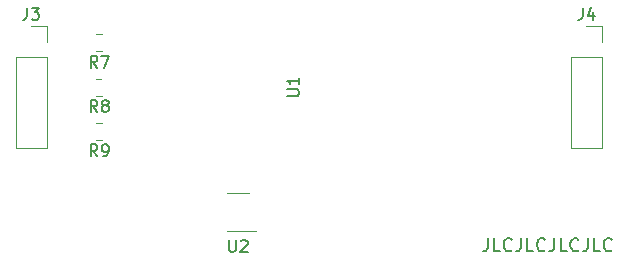
<source format=gto>
%TF.GenerationSoftware,KiCad,Pcbnew,5.1.0*%
%TF.CreationDate,2019-04-08T01:08:36+02:00*%
%TF.ProjectId,BeerEyePi,42656572-4579-4655-9069-2e6b69636164,rev?*%
%TF.SameCoordinates,Original*%
%TF.FileFunction,Legend,Top*%
%TF.FilePolarity,Positive*%
%FSLAX46Y46*%
G04 Gerber Fmt 4.6, Leading zero omitted, Abs format (unit mm)*
G04 Created by KiCad (PCBNEW 5.1.0) date 2019-04-08 01:08:36*
%MOMM*%
%LPD*%
G04 APERTURE LIST*
%ADD10C,0.160000*%
%ADD11C,0.120000*%
%ADD12C,0.150000*%
%ADD13C,0.001000*%
%ADD14C,2.702000*%
%ADD15C,2.700200*%
%ADD16R,2.100000X2.100000*%
%ADD17O,2.100000X2.100000*%
%ADD18C,2.700020*%
%ADD19R,0.650000X2.900000*%
%ADD20R,3.750000X0.650000*%
%ADD21C,0.100000*%
%ADD22C,1.100000*%
%ADD23C,1.550000*%
%ADD24R,1.960000X1.050000*%
G04 APERTURE END LIST*
D10*
X147619047Y-127797619D02*
X147619047Y-128583333D01*
X147566666Y-128740476D01*
X147461904Y-128845238D01*
X147304761Y-128897619D01*
X147200000Y-128897619D01*
X148666666Y-128897619D02*
X148142857Y-128897619D01*
X148142857Y-127797619D01*
X149661904Y-128792857D02*
X149609523Y-128845238D01*
X149452380Y-128897619D01*
X149347619Y-128897619D01*
X149190476Y-128845238D01*
X149085714Y-128740476D01*
X149033333Y-128635714D01*
X148980952Y-128426190D01*
X148980952Y-128269047D01*
X149033333Y-128059523D01*
X149085714Y-127954761D01*
X149190476Y-127850000D01*
X149347619Y-127797619D01*
X149452380Y-127797619D01*
X149609523Y-127850000D01*
X149661904Y-127902380D01*
X150447619Y-127797619D02*
X150447619Y-128583333D01*
X150395238Y-128740476D01*
X150290476Y-128845238D01*
X150133333Y-128897619D01*
X150028571Y-128897619D01*
X151495238Y-128897619D02*
X150971428Y-128897619D01*
X150971428Y-127797619D01*
X152490476Y-128792857D02*
X152438095Y-128845238D01*
X152280952Y-128897619D01*
X152176190Y-128897619D01*
X152019047Y-128845238D01*
X151914285Y-128740476D01*
X151861904Y-128635714D01*
X151809523Y-128426190D01*
X151809523Y-128269047D01*
X151861904Y-128059523D01*
X151914285Y-127954761D01*
X152019047Y-127850000D01*
X152176190Y-127797619D01*
X152280952Y-127797619D01*
X152438095Y-127850000D01*
X152490476Y-127902380D01*
X153276190Y-127797619D02*
X153276190Y-128583333D01*
X153223809Y-128740476D01*
X153119047Y-128845238D01*
X152961904Y-128897619D01*
X152857142Y-128897619D01*
X154323809Y-128897619D02*
X153800000Y-128897619D01*
X153800000Y-127797619D01*
X155319047Y-128792857D02*
X155266666Y-128845238D01*
X155109523Y-128897619D01*
X155004761Y-128897619D01*
X154847619Y-128845238D01*
X154742857Y-128740476D01*
X154690476Y-128635714D01*
X154638095Y-128426190D01*
X154638095Y-128269047D01*
X154690476Y-128059523D01*
X154742857Y-127954761D01*
X154847619Y-127850000D01*
X155004761Y-127797619D01*
X155109523Y-127797619D01*
X155266666Y-127850000D01*
X155319047Y-127902380D01*
X156104761Y-127797619D02*
X156104761Y-128583333D01*
X156052380Y-128740476D01*
X155947619Y-128845238D01*
X155790476Y-128897619D01*
X155685714Y-128897619D01*
X157152380Y-128897619D02*
X156628571Y-128897619D01*
X156628571Y-127797619D01*
X158147619Y-128792857D02*
X158095238Y-128845238D01*
X157938095Y-128897619D01*
X157833333Y-128897619D01*
X157676190Y-128845238D01*
X157571428Y-128740476D01*
X157519047Y-128635714D01*
X157466666Y-128426190D01*
X157466666Y-128269047D01*
X157519047Y-128059523D01*
X157571428Y-127954761D01*
X157676190Y-127850000D01*
X157833333Y-127797619D01*
X157938095Y-127797619D01*
X158095238Y-127850000D01*
X158147619Y-127902380D01*
D11*
X107670000Y-112460000D02*
X110330000Y-112460000D01*
X107670000Y-112460000D02*
X107670000Y-120140000D01*
X107670000Y-120140000D02*
X110330000Y-120140000D01*
X110330000Y-112460000D02*
X110330000Y-120140000D01*
X110330000Y-109860000D02*
X110330000Y-111190000D01*
X109000000Y-109860000D02*
X110330000Y-109860000D01*
X154670000Y-112460000D02*
X157330000Y-112460000D01*
X154670000Y-112460000D02*
X154670000Y-120140000D01*
X154670000Y-120140000D02*
X157330000Y-120140000D01*
X157330000Y-112460000D02*
X157330000Y-120140000D01*
X157330000Y-109860000D02*
X157330000Y-111190000D01*
X156000000Y-109860000D02*
X157330000Y-109860000D01*
X115011252Y-110540000D02*
X114488748Y-110540000D01*
X115011252Y-111960000D02*
X114488748Y-111960000D01*
X115011252Y-115710000D02*
X114488748Y-115710000D01*
X115011252Y-114290000D02*
X114488748Y-114290000D01*
X115011252Y-119460000D02*
X114488748Y-119460000D01*
X115011252Y-118040000D02*
X114488748Y-118040000D01*
X127392000Y-123993000D02*
X125592000Y-123993000D01*
X125592000Y-127213000D02*
X128042000Y-127213000D01*
D12*
X130652380Y-115761904D02*
X131461904Y-115761904D01*
X131557142Y-115714285D01*
X131604761Y-115666666D01*
X131652380Y-115571428D01*
X131652380Y-115380952D01*
X131604761Y-115285714D01*
X131557142Y-115238095D01*
X131461904Y-115190476D01*
X130652380Y-115190476D01*
X131652380Y-114190476D02*
X131652380Y-114761904D01*
X131652380Y-114476190D02*
X130652380Y-114476190D01*
X130795238Y-114571428D01*
X130890476Y-114666666D01*
X130938095Y-114761904D01*
X108632666Y-108291380D02*
X108632666Y-109005666D01*
X108585047Y-109148523D01*
X108489809Y-109243761D01*
X108346952Y-109291380D01*
X108251714Y-109291380D01*
X109013619Y-108291380D02*
X109632666Y-108291380D01*
X109299333Y-108672333D01*
X109442190Y-108672333D01*
X109537428Y-108719952D01*
X109585047Y-108767571D01*
X109632666Y-108862809D01*
X109632666Y-109100904D01*
X109585047Y-109196142D01*
X109537428Y-109243761D01*
X109442190Y-109291380D01*
X109156476Y-109291380D01*
X109061238Y-109243761D01*
X109013619Y-109196142D01*
X155686166Y-108291380D02*
X155686166Y-109005666D01*
X155638547Y-109148523D01*
X155543309Y-109243761D01*
X155400452Y-109291380D01*
X155305214Y-109291380D01*
X156590928Y-108624714D02*
X156590928Y-109291380D01*
X156352833Y-108243761D02*
X156114738Y-108958047D01*
X156733785Y-108958047D01*
X114583333Y-113352380D02*
X114250000Y-112876190D01*
X114011904Y-113352380D02*
X114011904Y-112352380D01*
X114392857Y-112352380D01*
X114488095Y-112400000D01*
X114535714Y-112447619D01*
X114583333Y-112542857D01*
X114583333Y-112685714D01*
X114535714Y-112780952D01*
X114488095Y-112828571D01*
X114392857Y-112876190D01*
X114011904Y-112876190D01*
X114916666Y-112352380D02*
X115583333Y-112352380D01*
X115154761Y-113352380D01*
X114583333Y-117102380D02*
X114250000Y-116626190D01*
X114011904Y-117102380D02*
X114011904Y-116102380D01*
X114392857Y-116102380D01*
X114488095Y-116150000D01*
X114535714Y-116197619D01*
X114583333Y-116292857D01*
X114583333Y-116435714D01*
X114535714Y-116530952D01*
X114488095Y-116578571D01*
X114392857Y-116626190D01*
X114011904Y-116626190D01*
X115154761Y-116530952D02*
X115059523Y-116483333D01*
X115011904Y-116435714D01*
X114964285Y-116340476D01*
X114964285Y-116292857D01*
X115011904Y-116197619D01*
X115059523Y-116150000D01*
X115154761Y-116102380D01*
X115345238Y-116102380D01*
X115440476Y-116150000D01*
X115488095Y-116197619D01*
X115535714Y-116292857D01*
X115535714Y-116340476D01*
X115488095Y-116435714D01*
X115440476Y-116483333D01*
X115345238Y-116530952D01*
X115154761Y-116530952D01*
X115059523Y-116578571D01*
X115011904Y-116626190D01*
X114964285Y-116721428D01*
X114964285Y-116911904D01*
X115011904Y-117007142D01*
X115059523Y-117054761D01*
X115154761Y-117102380D01*
X115345238Y-117102380D01*
X115440476Y-117054761D01*
X115488095Y-117007142D01*
X115535714Y-116911904D01*
X115535714Y-116721428D01*
X115488095Y-116626190D01*
X115440476Y-116578571D01*
X115345238Y-116530952D01*
X114583333Y-120852380D02*
X114250000Y-120376190D01*
X114011904Y-120852380D02*
X114011904Y-119852380D01*
X114392857Y-119852380D01*
X114488095Y-119900000D01*
X114535714Y-119947619D01*
X114583333Y-120042857D01*
X114583333Y-120185714D01*
X114535714Y-120280952D01*
X114488095Y-120328571D01*
X114392857Y-120376190D01*
X114011904Y-120376190D01*
X115059523Y-120852380D02*
X115250000Y-120852380D01*
X115345238Y-120804761D01*
X115392857Y-120757142D01*
X115488095Y-120614285D01*
X115535714Y-120423809D01*
X115535714Y-120042857D01*
X115488095Y-119947619D01*
X115440476Y-119900000D01*
X115345238Y-119852380D01*
X115154761Y-119852380D01*
X115059523Y-119900000D01*
X115011904Y-119947619D01*
X114964285Y-120042857D01*
X114964285Y-120280952D01*
X115011904Y-120376190D01*
X115059523Y-120423809D01*
X115154761Y-120471428D01*
X115345238Y-120471428D01*
X115440476Y-120423809D01*
X115488095Y-120376190D01*
X115535714Y-120280952D01*
X125730095Y-127955380D02*
X125730095Y-128764904D01*
X125777714Y-128860142D01*
X125825333Y-128907761D01*
X125920571Y-128955380D01*
X126111047Y-128955380D01*
X126206285Y-128907761D01*
X126253904Y-128860142D01*
X126301523Y-128764904D01*
X126301523Y-127955380D01*
X126730095Y-128050619D02*
X126777714Y-128003000D01*
X126872952Y-127955380D01*
X127111047Y-127955380D01*
X127206285Y-128003000D01*
X127253904Y-128050619D01*
X127301523Y-128145857D01*
X127301523Y-128241095D01*
X127253904Y-128383952D01*
X126682476Y-128955380D01*
X127301523Y-128955380D01*
%LPC*%
D13*
G36*
X128300000Y-111250000D02*
G01*
X128300000Y-118750000D01*
X129850000Y-118750000D01*
X129850000Y-111250000D01*
X128300000Y-111250000D01*
G37*
X128300000Y-111250000D02*
X128300000Y-118750000D01*
X129850000Y-118750000D01*
X129850000Y-111250000D01*
X128300000Y-111250000D01*
D14*
X104500000Y-121750000D03*
X104500000Y-108250000D03*
X160500000Y-108250000D03*
X160500000Y-121750000D03*
D15*
X160500000Y-115000000D03*
X104500000Y-115000000D03*
D16*
X139920000Y-107080000D03*
D17*
X139920000Y-104540000D03*
X142460000Y-107080000D03*
X142460000Y-104540000D03*
X145000000Y-107080000D03*
X145000000Y-104540000D03*
X147540000Y-107080000D03*
X147540000Y-104540000D03*
X150080000Y-107080000D03*
X150080000Y-104540000D03*
D18*
X103500000Y-103500000D03*
X161500000Y-103500000D03*
X161500000Y-126500000D03*
X103500000Y-126500000D03*
D16*
X108370000Y-104540000D03*
D17*
X108370000Y-102000000D03*
X110910000Y-104540000D03*
X110910000Y-102000000D03*
X113450000Y-104540000D03*
X113450000Y-102000000D03*
X115990000Y-104540000D03*
X115990000Y-102000000D03*
X118530000Y-104540000D03*
X118530000Y-102000000D03*
X121070000Y-104540000D03*
X121070000Y-102000000D03*
X123610000Y-104540000D03*
X123610000Y-102000000D03*
X126150000Y-104540000D03*
X126150000Y-102000000D03*
D19*
X129725000Y-112500000D03*
X129725000Y-117500000D03*
D20*
X128175000Y-111375000D03*
X128175000Y-118625000D03*
D21*
G36*
X127851955Y-112546324D02*
G01*
X127878650Y-112550284D01*
X127904828Y-112556841D01*
X127930238Y-112565933D01*
X127954634Y-112577472D01*
X127977782Y-112591346D01*
X127999458Y-112607422D01*
X128019454Y-112625546D01*
X128037578Y-112645542D01*
X128053654Y-112667218D01*
X128067528Y-112690366D01*
X128079067Y-112714762D01*
X128088159Y-112740172D01*
X128094716Y-112766350D01*
X128098676Y-112793045D01*
X128100000Y-112820000D01*
X128100000Y-113370000D01*
X128098676Y-113396955D01*
X128094716Y-113423650D01*
X128088159Y-113449828D01*
X128079067Y-113475238D01*
X128067528Y-113499634D01*
X128053654Y-113522782D01*
X128037578Y-113544458D01*
X128019454Y-113564454D01*
X127999458Y-113582578D01*
X127977782Y-113598654D01*
X127954634Y-113612528D01*
X127930238Y-113624067D01*
X127904828Y-113633159D01*
X127878650Y-113639716D01*
X127851955Y-113643676D01*
X127825000Y-113645000D01*
X124475000Y-113645000D01*
X124448045Y-113643676D01*
X124421350Y-113639716D01*
X124395172Y-113633159D01*
X124369762Y-113624067D01*
X124345366Y-113612528D01*
X124322218Y-113598654D01*
X124300542Y-113582578D01*
X124280546Y-113564454D01*
X124262422Y-113544458D01*
X124246346Y-113522782D01*
X124232472Y-113499634D01*
X124220933Y-113475238D01*
X124211841Y-113449828D01*
X124205284Y-113423650D01*
X124201324Y-113396955D01*
X124200000Y-113370000D01*
X124200000Y-112820000D01*
X124201324Y-112793045D01*
X124205284Y-112766350D01*
X124211841Y-112740172D01*
X124220933Y-112714762D01*
X124232472Y-112690366D01*
X124246346Y-112667218D01*
X124262422Y-112645542D01*
X124280546Y-112625546D01*
X124300542Y-112607422D01*
X124322218Y-112591346D01*
X124345366Y-112577472D01*
X124369762Y-112565933D01*
X124395172Y-112556841D01*
X124421350Y-112550284D01*
X124448045Y-112546324D01*
X124475000Y-112545000D01*
X127825000Y-112545000D01*
X127851955Y-112546324D01*
X127851955Y-112546324D01*
G37*
D22*
X126150000Y-113095000D03*
D21*
G36*
X127851955Y-113816324D02*
G01*
X127878650Y-113820284D01*
X127904828Y-113826841D01*
X127930238Y-113835933D01*
X127954634Y-113847472D01*
X127977782Y-113861346D01*
X127999458Y-113877422D01*
X128019454Y-113895546D01*
X128037578Y-113915542D01*
X128053654Y-113937218D01*
X128067528Y-113960366D01*
X128079067Y-113984762D01*
X128088159Y-114010172D01*
X128094716Y-114036350D01*
X128098676Y-114063045D01*
X128100000Y-114090000D01*
X128100000Y-114640000D01*
X128098676Y-114666955D01*
X128094716Y-114693650D01*
X128088159Y-114719828D01*
X128079067Y-114745238D01*
X128067528Y-114769634D01*
X128053654Y-114792782D01*
X128037578Y-114814458D01*
X128019454Y-114834454D01*
X127999458Y-114852578D01*
X127977782Y-114868654D01*
X127954634Y-114882528D01*
X127930238Y-114894067D01*
X127904828Y-114903159D01*
X127878650Y-114909716D01*
X127851955Y-114913676D01*
X127825000Y-114915000D01*
X124475000Y-114915000D01*
X124448045Y-114913676D01*
X124421350Y-114909716D01*
X124395172Y-114903159D01*
X124369762Y-114894067D01*
X124345366Y-114882528D01*
X124322218Y-114868654D01*
X124300542Y-114852578D01*
X124280546Y-114834454D01*
X124262422Y-114814458D01*
X124246346Y-114792782D01*
X124232472Y-114769634D01*
X124220933Y-114745238D01*
X124211841Y-114719828D01*
X124205284Y-114693650D01*
X124201324Y-114666955D01*
X124200000Y-114640000D01*
X124200000Y-114090000D01*
X124201324Y-114063045D01*
X124205284Y-114036350D01*
X124211841Y-114010172D01*
X124220933Y-113984762D01*
X124232472Y-113960366D01*
X124246346Y-113937218D01*
X124262422Y-113915542D01*
X124280546Y-113895546D01*
X124300542Y-113877422D01*
X124322218Y-113861346D01*
X124345366Y-113847472D01*
X124369762Y-113835933D01*
X124395172Y-113826841D01*
X124421350Y-113820284D01*
X124448045Y-113816324D01*
X124475000Y-113815000D01*
X127825000Y-113815000D01*
X127851955Y-113816324D01*
X127851955Y-113816324D01*
G37*
D22*
X126150000Y-114365000D03*
D21*
G36*
X127851955Y-116356324D02*
G01*
X127878650Y-116360284D01*
X127904828Y-116366841D01*
X127930238Y-116375933D01*
X127954634Y-116387472D01*
X127977782Y-116401346D01*
X127999458Y-116417422D01*
X128019454Y-116435546D01*
X128037578Y-116455542D01*
X128053654Y-116477218D01*
X128067528Y-116500366D01*
X128079067Y-116524762D01*
X128088159Y-116550172D01*
X128094716Y-116576350D01*
X128098676Y-116603045D01*
X128100000Y-116630000D01*
X128100000Y-117180000D01*
X128098676Y-117206955D01*
X128094716Y-117233650D01*
X128088159Y-117259828D01*
X128079067Y-117285238D01*
X128067528Y-117309634D01*
X128053654Y-117332782D01*
X128037578Y-117354458D01*
X128019454Y-117374454D01*
X127999458Y-117392578D01*
X127977782Y-117408654D01*
X127954634Y-117422528D01*
X127930238Y-117434067D01*
X127904828Y-117443159D01*
X127878650Y-117449716D01*
X127851955Y-117453676D01*
X127825000Y-117455000D01*
X124475000Y-117455000D01*
X124448045Y-117453676D01*
X124421350Y-117449716D01*
X124395172Y-117443159D01*
X124369762Y-117434067D01*
X124345366Y-117422528D01*
X124322218Y-117408654D01*
X124300542Y-117392578D01*
X124280546Y-117374454D01*
X124262422Y-117354458D01*
X124246346Y-117332782D01*
X124232472Y-117309634D01*
X124220933Y-117285238D01*
X124211841Y-117259828D01*
X124205284Y-117233650D01*
X124201324Y-117206955D01*
X124200000Y-117180000D01*
X124200000Y-116630000D01*
X124201324Y-116603045D01*
X124205284Y-116576350D01*
X124211841Y-116550172D01*
X124220933Y-116524762D01*
X124232472Y-116500366D01*
X124246346Y-116477218D01*
X124262422Y-116455542D01*
X124280546Y-116435546D01*
X124300542Y-116417422D01*
X124322218Y-116401346D01*
X124345366Y-116387472D01*
X124369762Y-116375933D01*
X124395172Y-116366841D01*
X124421350Y-116360284D01*
X124448045Y-116356324D01*
X124475000Y-116355000D01*
X127825000Y-116355000D01*
X127851955Y-116356324D01*
X127851955Y-116356324D01*
G37*
D22*
X126150000Y-116905000D03*
D21*
G36*
X127851955Y-115086324D02*
G01*
X127878650Y-115090284D01*
X127904828Y-115096841D01*
X127930238Y-115105933D01*
X127954634Y-115117472D01*
X127977782Y-115131346D01*
X127999458Y-115147422D01*
X128019454Y-115165546D01*
X128037578Y-115185542D01*
X128053654Y-115207218D01*
X128067528Y-115230366D01*
X128079067Y-115254762D01*
X128088159Y-115280172D01*
X128094716Y-115306350D01*
X128098676Y-115333045D01*
X128100000Y-115360000D01*
X128100000Y-115910000D01*
X128098676Y-115936955D01*
X128094716Y-115963650D01*
X128088159Y-115989828D01*
X128079067Y-116015238D01*
X128067528Y-116039634D01*
X128053654Y-116062782D01*
X128037578Y-116084458D01*
X128019454Y-116104454D01*
X127999458Y-116122578D01*
X127977782Y-116138654D01*
X127954634Y-116152528D01*
X127930238Y-116164067D01*
X127904828Y-116173159D01*
X127878650Y-116179716D01*
X127851955Y-116183676D01*
X127825000Y-116185000D01*
X124475000Y-116185000D01*
X124448045Y-116183676D01*
X124421350Y-116179716D01*
X124395172Y-116173159D01*
X124369762Y-116164067D01*
X124345366Y-116152528D01*
X124322218Y-116138654D01*
X124300542Y-116122578D01*
X124280546Y-116104454D01*
X124262422Y-116084458D01*
X124246346Y-116062782D01*
X124232472Y-116039634D01*
X124220933Y-116015238D01*
X124211841Y-115989828D01*
X124205284Y-115963650D01*
X124201324Y-115936955D01*
X124200000Y-115910000D01*
X124200000Y-115360000D01*
X124201324Y-115333045D01*
X124205284Y-115306350D01*
X124211841Y-115280172D01*
X124220933Y-115254762D01*
X124232472Y-115230366D01*
X124246346Y-115207218D01*
X124262422Y-115185542D01*
X124280546Y-115165546D01*
X124300542Y-115147422D01*
X124322218Y-115131346D01*
X124345366Y-115117472D01*
X124369762Y-115105933D01*
X124395172Y-115096841D01*
X124421350Y-115090284D01*
X124448045Y-115086324D01*
X124475000Y-115085000D01*
X127825000Y-115085000D01*
X127851955Y-115086324D01*
X127851955Y-115086324D01*
G37*
D22*
X126150000Y-115635000D03*
D16*
X109000000Y-111190000D03*
D17*
X109000000Y-113730000D03*
X109000000Y-116270000D03*
X109000000Y-118810000D03*
D16*
X156000000Y-111190000D03*
D17*
X156000000Y-113730000D03*
X156000000Y-116270000D03*
X156000000Y-118810000D03*
D21*
G36*
X114196071Y-110351623D02*
G01*
X114228781Y-110356475D01*
X114260857Y-110364509D01*
X114291991Y-110375649D01*
X114321884Y-110389787D01*
X114350247Y-110406787D01*
X114376807Y-110426485D01*
X114401308Y-110448692D01*
X114423515Y-110473193D01*
X114443213Y-110499753D01*
X114460213Y-110528116D01*
X114474351Y-110558009D01*
X114485491Y-110589143D01*
X114493525Y-110621219D01*
X114498377Y-110653929D01*
X114500000Y-110686956D01*
X114500000Y-111813044D01*
X114498377Y-111846071D01*
X114493525Y-111878781D01*
X114485491Y-111910857D01*
X114474351Y-111941991D01*
X114460213Y-111971884D01*
X114443213Y-112000247D01*
X114423515Y-112026807D01*
X114401308Y-112051308D01*
X114376807Y-112073515D01*
X114350247Y-112093213D01*
X114321884Y-112110213D01*
X114291991Y-112124351D01*
X114260857Y-112135491D01*
X114228781Y-112143525D01*
X114196071Y-112148377D01*
X114163044Y-112150000D01*
X113286956Y-112150000D01*
X113253929Y-112148377D01*
X113221219Y-112143525D01*
X113189143Y-112135491D01*
X113158009Y-112124351D01*
X113128116Y-112110213D01*
X113099753Y-112093213D01*
X113073193Y-112073515D01*
X113048692Y-112051308D01*
X113026485Y-112026807D01*
X113006787Y-112000247D01*
X112989787Y-111971884D01*
X112975649Y-111941991D01*
X112964509Y-111910857D01*
X112956475Y-111878781D01*
X112951623Y-111846071D01*
X112950000Y-111813044D01*
X112950000Y-110686956D01*
X112951623Y-110653929D01*
X112956475Y-110621219D01*
X112964509Y-110589143D01*
X112975649Y-110558009D01*
X112989787Y-110528116D01*
X113006787Y-110499753D01*
X113026485Y-110473193D01*
X113048692Y-110448692D01*
X113073193Y-110426485D01*
X113099753Y-110406787D01*
X113128116Y-110389787D01*
X113158009Y-110375649D01*
X113189143Y-110364509D01*
X113221219Y-110356475D01*
X113253929Y-110351623D01*
X113286956Y-110350000D01*
X114163044Y-110350000D01*
X114196071Y-110351623D01*
X114196071Y-110351623D01*
G37*
D23*
X113725000Y-111250000D03*
D21*
G36*
X116246071Y-110351623D02*
G01*
X116278781Y-110356475D01*
X116310857Y-110364509D01*
X116341991Y-110375649D01*
X116371884Y-110389787D01*
X116400247Y-110406787D01*
X116426807Y-110426485D01*
X116451308Y-110448692D01*
X116473515Y-110473193D01*
X116493213Y-110499753D01*
X116510213Y-110528116D01*
X116524351Y-110558009D01*
X116535491Y-110589143D01*
X116543525Y-110621219D01*
X116548377Y-110653929D01*
X116550000Y-110686956D01*
X116550000Y-111813044D01*
X116548377Y-111846071D01*
X116543525Y-111878781D01*
X116535491Y-111910857D01*
X116524351Y-111941991D01*
X116510213Y-111971884D01*
X116493213Y-112000247D01*
X116473515Y-112026807D01*
X116451308Y-112051308D01*
X116426807Y-112073515D01*
X116400247Y-112093213D01*
X116371884Y-112110213D01*
X116341991Y-112124351D01*
X116310857Y-112135491D01*
X116278781Y-112143525D01*
X116246071Y-112148377D01*
X116213044Y-112150000D01*
X115336956Y-112150000D01*
X115303929Y-112148377D01*
X115271219Y-112143525D01*
X115239143Y-112135491D01*
X115208009Y-112124351D01*
X115178116Y-112110213D01*
X115149753Y-112093213D01*
X115123193Y-112073515D01*
X115098692Y-112051308D01*
X115076485Y-112026807D01*
X115056787Y-112000247D01*
X115039787Y-111971884D01*
X115025649Y-111941991D01*
X115014509Y-111910857D01*
X115006475Y-111878781D01*
X115001623Y-111846071D01*
X115000000Y-111813044D01*
X115000000Y-110686956D01*
X115001623Y-110653929D01*
X115006475Y-110621219D01*
X115014509Y-110589143D01*
X115025649Y-110558009D01*
X115039787Y-110528116D01*
X115056787Y-110499753D01*
X115076485Y-110473193D01*
X115098692Y-110448692D01*
X115123193Y-110426485D01*
X115149753Y-110406787D01*
X115178116Y-110389787D01*
X115208009Y-110375649D01*
X115239143Y-110364509D01*
X115271219Y-110356475D01*
X115303929Y-110351623D01*
X115336956Y-110350000D01*
X116213044Y-110350000D01*
X116246071Y-110351623D01*
X116246071Y-110351623D01*
G37*
D23*
X115775000Y-111250000D03*
D21*
G36*
X116246071Y-114101623D02*
G01*
X116278781Y-114106475D01*
X116310857Y-114114509D01*
X116341991Y-114125649D01*
X116371884Y-114139787D01*
X116400247Y-114156787D01*
X116426807Y-114176485D01*
X116451308Y-114198692D01*
X116473515Y-114223193D01*
X116493213Y-114249753D01*
X116510213Y-114278116D01*
X116524351Y-114308009D01*
X116535491Y-114339143D01*
X116543525Y-114371219D01*
X116548377Y-114403929D01*
X116550000Y-114436956D01*
X116550000Y-115563044D01*
X116548377Y-115596071D01*
X116543525Y-115628781D01*
X116535491Y-115660857D01*
X116524351Y-115691991D01*
X116510213Y-115721884D01*
X116493213Y-115750247D01*
X116473515Y-115776807D01*
X116451308Y-115801308D01*
X116426807Y-115823515D01*
X116400247Y-115843213D01*
X116371884Y-115860213D01*
X116341991Y-115874351D01*
X116310857Y-115885491D01*
X116278781Y-115893525D01*
X116246071Y-115898377D01*
X116213044Y-115900000D01*
X115336956Y-115900000D01*
X115303929Y-115898377D01*
X115271219Y-115893525D01*
X115239143Y-115885491D01*
X115208009Y-115874351D01*
X115178116Y-115860213D01*
X115149753Y-115843213D01*
X115123193Y-115823515D01*
X115098692Y-115801308D01*
X115076485Y-115776807D01*
X115056787Y-115750247D01*
X115039787Y-115721884D01*
X115025649Y-115691991D01*
X115014509Y-115660857D01*
X115006475Y-115628781D01*
X115001623Y-115596071D01*
X115000000Y-115563044D01*
X115000000Y-114436956D01*
X115001623Y-114403929D01*
X115006475Y-114371219D01*
X115014509Y-114339143D01*
X115025649Y-114308009D01*
X115039787Y-114278116D01*
X115056787Y-114249753D01*
X115076485Y-114223193D01*
X115098692Y-114198692D01*
X115123193Y-114176485D01*
X115149753Y-114156787D01*
X115178116Y-114139787D01*
X115208009Y-114125649D01*
X115239143Y-114114509D01*
X115271219Y-114106475D01*
X115303929Y-114101623D01*
X115336956Y-114100000D01*
X116213044Y-114100000D01*
X116246071Y-114101623D01*
X116246071Y-114101623D01*
G37*
D23*
X115775000Y-115000000D03*
D21*
G36*
X114196071Y-114101623D02*
G01*
X114228781Y-114106475D01*
X114260857Y-114114509D01*
X114291991Y-114125649D01*
X114321884Y-114139787D01*
X114350247Y-114156787D01*
X114376807Y-114176485D01*
X114401308Y-114198692D01*
X114423515Y-114223193D01*
X114443213Y-114249753D01*
X114460213Y-114278116D01*
X114474351Y-114308009D01*
X114485491Y-114339143D01*
X114493525Y-114371219D01*
X114498377Y-114403929D01*
X114500000Y-114436956D01*
X114500000Y-115563044D01*
X114498377Y-115596071D01*
X114493525Y-115628781D01*
X114485491Y-115660857D01*
X114474351Y-115691991D01*
X114460213Y-115721884D01*
X114443213Y-115750247D01*
X114423515Y-115776807D01*
X114401308Y-115801308D01*
X114376807Y-115823515D01*
X114350247Y-115843213D01*
X114321884Y-115860213D01*
X114291991Y-115874351D01*
X114260857Y-115885491D01*
X114228781Y-115893525D01*
X114196071Y-115898377D01*
X114163044Y-115900000D01*
X113286956Y-115900000D01*
X113253929Y-115898377D01*
X113221219Y-115893525D01*
X113189143Y-115885491D01*
X113158009Y-115874351D01*
X113128116Y-115860213D01*
X113099753Y-115843213D01*
X113073193Y-115823515D01*
X113048692Y-115801308D01*
X113026485Y-115776807D01*
X113006787Y-115750247D01*
X112989787Y-115721884D01*
X112975649Y-115691991D01*
X112964509Y-115660857D01*
X112956475Y-115628781D01*
X112951623Y-115596071D01*
X112950000Y-115563044D01*
X112950000Y-114436956D01*
X112951623Y-114403929D01*
X112956475Y-114371219D01*
X112964509Y-114339143D01*
X112975649Y-114308009D01*
X112989787Y-114278116D01*
X113006787Y-114249753D01*
X113026485Y-114223193D01*
X113048692Y-114198692D01*
X113073193Y-114176485D01*
X113099753Y-114156787D01*
X113128116Y-114139787D01*
X113158009Y-114125649D01*
X113189143Y-114114509D01*
X113221219Y-114106475D01*
X113253929Y-114101623D01*
X113286956Y-114100000D01*
X114163044Y-114100000D01*
X114196071Y-114101623D01*
X114196071Y-114101623D01*
G37*
D23*
X113725000Y-115000000D03*
D21*
G36*
X116246071Y-117851623D02*
G01*
X116278781Y-117856475D01*
X116310857Y-117864509D01*
X116341991Y-117875649D01*
X116371884Y-117889787D01*
X116400247Y-117906787D01*
X116426807Y-117926485D01*
X116451308Y-117948692D01*
X116473515Y-117973193D01*
X116493213Y-117999753D01*
X116510213Y-118028116D01*
X116524351Y-118058009D01*
X116535491Y-118089143D01*
X116543525Y-118121219D01*
X116548377Y-118153929D01*
X116550000Y-118186956D01*
X116550000Y-119313044D01*
X116548377Y-119346071D01*
X116543525Y-119378781D01*
X116535491Y-119410857D01*
X116524351Y-119441991D01*
X116510213Y-119471884D01*
X116493213Y-119500247D01*
X116473515Y-119526807D01*
X116451308Y-119551308D01*
X116426807Y-119573515D01*
X116400247Y-119593213D01*
X116371884Y-119610213D01*
X116341991Y-119624351D01*
X116310857Y-119635491D01*
X116278781Y-119643525D01*
X116246071Y-119648377D01*
X116213044Y-119650000D01*
X115336956Y-119650000D01*
X115303929Y-119648377D01*
X115271219Y-119643525D01*
X115239143Y-119635491D01*
X115208009Y-119624351D01*
X115178116Y-119610213D01*
X115149753Y-119593213D01*
X115123193Y-119573515D01*
X115098692Y-119551308D01*
X115076485Y-119526807D01*
X115056787Y-119500247D01*
X115039787Y-119471884D01*
X115025649Y-119441991D01*
X115014509Y-119410857D01*
X115006475Y-119378781D01*
X115001623Y-119346071D01*
X115000000Y-119313044D01*
X115000000Y-118186956D01*
X115001623Y-118153929D01*
X115006475Y-118121219D01*
X115014509Y-118089143D01*
X115025649Y-118058009D01*
X115039787Y-118028116D01*
X115056787Y-117999753D01*
X115076485Y-117973193D01*
X115098692Y-117948692D01*
X115123193Y-117926485D01*
X115149753Y-117906787D01*
X115178116Y-117889787D01*
X115208009Y-117875649D01*
X115239143Y-117864509D01*
X115271219Y-117856475D01*
X115303929Y-117851623D01*
X115336956Y-117850000D01*
X116213044Y-117850000D01*
X116246071Y-117851623D01*
X116246071Y-117851623D01*
G37*
D23*
X115775000Y-118750000D03*
D21*
G36*
X114196071Y-117851623D02*
G01*
X114228781Y-117856475D01*
X114260857Y-117864509D01*
X114291991Y-117875649D01*
X114321884Y-117889787D01*
X114350247Y-117906787D01*
X114376807Y-117926485D01*
X114401308Y-117948692D01*
X114423515Y-117973193D01*
X114443213Y-117999753D01*
X114460213Y-118028116D01*
X114474351Y-118058009D01*
X114485491Y-118089143D01*
X114493525Y-118121219D01*
X114498377Y-118153929D01*
X114500000Y-118186956D01*
X114500000Y-119313044D01*
X114498377Y-119346071D01*
X114493525Y-119378781D01*
X114485491Y-119410857D01*
X114474351Y-119441991D01*
X114460213Y-119471884D01*
X114443213Y-119500247D01*
X114423515Y-119526807D01*
X114401308Y-119551308D01*
X114376807Y-119573515D01*
X114350247Y-119593213D01*
X114321884Y-119610213D01*
X114291991Y-119624351D01*
X114260857Y-119635491D01*
X114228781Y-119643525D01*
X114196071Y-119648377D01*
X114163044Y-119650000D01*
X113286956Y-119650000D01*
X113253929Y-119648377D01*
X113221219Y-119643525D01*
X113189143Y-119635491D01*
X113158009Y-119624351D01*
X113128116Y-119610213D01*
X113099753Y-119593213D01*
X113073193Y-119573515D01*
X113048692Y-119551308D01*
X113026485Y-119526807D01*
X113006787Y-119500247D01*
X112989787Y-119471884D01*
X112975649Y-119441991D01*
X112964509Y-119410857D01*
X112956475Y-119378781D01*
X112951623Y-119346071D01*
X112950000Y-119313044D01*
X112950000Y-118186956D01*
X112951623Y-118153929D01*
X112956475Y-118121219D01*
X112964509Y-118089143D01*
X112975649Y-118058009D01*
X112989787Y-118028116D01*
X113006787Y-117999753D01*
X113026485Y-117973193D01*
X113048692Y-117948692D01*
X113073193Y-117926485D01*
X113099753Y-117906787D01*
X113128116Y-117889787D01*
X113158009Y-117875649D01*
X113189143Y-117864509D01*
X113221219Y-117856475D01*
X113253929Y-117851623D01*
X113286956Y-117850000D01*
X114163044Y-117850000D01*
X114196071Y-117851623D01*
X114196071Y-117851623D01*
G37*
D23*
X113725000Y-118750000D03*
D24*
X127842000Y-126553000D03*
X127842000Y-125603000D03*
X127842000Y-124653000D03*
X125142000Y-124653000D03*
X125142000Y-126553000D03*
M02*

</source>
